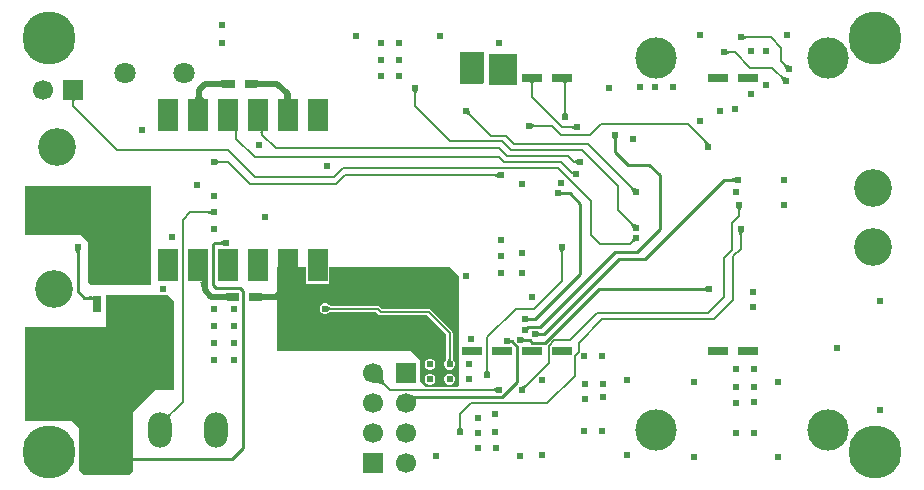
<source format=gbl>
G04*
G04 #@! TF.GenerationSoftware,Altium Limited,Altium Designer,24.0.1 (36)*
G04*
G04 Layer_Physical_Order=4*
G04 Layer_Color=16711680*
%FSLAX44Y44*%
%MOMM*%
G71*
G04*
G04 #@! TF.SameCoordinates,72622C8A-B07E-4F55-B3FE-632304D3AF33*
G04*
G04*
G04 #@! TF.FilePolarity,Positive*
G04*
G01*
G75*
%ADD10C,0.2540*%
%ADD14C,0.2032*%
%ADD16C,0.5080*%
%ADD28R,1.0160X0.7620*%
%ADD84C,4.5000*%
%ADD91C,3.5000*%
%ADD94C,0.3810*%
%ADD95O,2.0000X3.0000*%
%ADD96R,1.7000X1.7000*%
%ADD97C,1.7000*%
%ADD98R,1.7000X1.7000*%
%ADD99C,3.2000*%
%ADD100C,1.8000*%
%ADD101C,0.6096*%
%ADD110R,1.6510X0.8000*%
%ADD111R,1.7000X2.8000*%
%ADD112R,4.6000X3.6000*%
%ADD113R,0.8000X1.3210*%
G36*
X613269Y377841D02*
X613498Y377651D01*
X613734Y377484D01*
X613977Y377338D01*
X614226Y377215D01*
X614482Y377115D01*
X614744Y377037D01*
X615014Y376981D01*
X615290Y376947D01*
X615573Y376936D01*
Y374904D01*
X615290Y374893D01*
X615014Y374859D01*
X614744Y374803D01*
X614482Y374725D01*
X614226Y374625D01*
X613977Y374502D01*
X613734Y374356D01*
X613498Y374189D01*
X613269Y373999D01*
X613047Y373786D01*
Y378054D01*
X613269Y377841D01*
D02*
G37*
G36*
X599299Y365141D02*
X599528Y364951D01*
X599764Y364784D01*
X600007Y364638D01*
X600256Y364515D01*
X600512Y364415D01*
X600774Y364337D01*
X601044Y364281D01*
X601320Y364247D01*
X601603Y364236D01*
Y362204D01*
X601320Y362193D01*
X601044Y362159D01*
X600774Y362103D01*
X600512Y362025D01*
X600256Y361925D01*
X600007Y361802D01*
X599764Y361656D01*
X599528Y361489D01*
X599299Y361299D01*
X599077Y361086D01*
Y365354D01*
X599299Y365141D01*
D02*
G37*
G36*
X649111Y353102D02*
X649330Y352930D01*
X649560Y352779D01*
X649801Y352649D01*
X650053Y352539D01*
X650316Y352450D01*
X650590Y352381D01*
X650876Y352333D01*
X651172Y352305D01*
X651479Y352298D01*
X648462Y349281D01*
X648455Y349588D01*
X648427Y349884D01*
X648379Y350170D01*
X648310Y350444D01*
X648221Y350707D01*
X648111Y350959D01*
X647981Y351200D01*
X647830Y351430D01*
X647658Y351649D01*
X647466Y351857D01*
X648903Y353294D01*
X649111Y353102D01*
D02*
G37*
G36*
X646571Y342942D02*
X646790Y342770D01*
X647020Y342619D01*
X647261Y342489D01*
X647513Y342379D01*
X647776Y342290D01*
X648050Y342221D01*
X648336Y342173D01*
X648632Y342145D01*
X648940Y342138D01*
X645922Y339120D01*
X645915Y339428D01*
X645887Y339724D01*
X645839Y340010D01*
X645770Y340284D01*
X645681Y340547D01*
X645571Y340799D01*
X645441Y341040D01*
X645290Y341270D01*
X645118Y341489D01*
X644926Y341697D01*
X646363Y343134D01*
X646571Y342942D01*
D02*
G37*
G36*
X393700Y337820D02*
X392430Y336550D01*
X373380D01*
Y361950D01*
Y363220D01*
X393700D01*
Y337820D01*
D02*
G37*
G36*
X464119Y337640D02*
X463946Y337579D01*
X463794Y337478D01*
X463662Y337335D01*
X463550Y337152D01*
X463459Y336929D01*
X463387Y336665D01*
X463337Y336360D01*
X463306Y336015D01*
X463296Y335629D01*
X461264D01*
X461254Y336015D01*
X461223Y336360D01*
X461173Y336665D01*
X461101Y336929D01*
X461010Y337152D01*
X460898Y337335D01*
X460766Y337478D01*
X460614Y337579D01*
X460441Y337640D01*
X460248Y337660D01*
X464312D01*
X464119Y337640D01*
D02*
G37*
G36*
X436179D02*
X436006Y337579D01*
X435854Y337478D01*
X435722Y337335D01*
X435610Y337152D01*
X435519Y336929D01*
X435447Y336665D01*
X435397Y336360D01*
X435366Y336015D01*
X435356Y335629D01*
X433324D01*
X433314Y336015D01*
X433283Y336360D01*
X433233Y336665D01*
X433161Y336929D01*
X433070Y337152D01*
X432958Y337335D01*
X432826Y337478D01*
X432674Y337579D01*
X432501Y337640D01*
X432308Y337660D01*
X436372D01*
X436179Y337640D01*
D02*
G37*
G36*
X421640Y335280D02*
X398780D01*
X397510Y336550D01*
Y360680D01*
Y361950D01*
X421640D01*
Y335280D01*
D02*
G37*
G36*
X201061Y340094D02*
X201214Y339883D01*
X201468Y339697D01*
X201823Y339536D01*
X202281Y339400D01*
X202839Y339288D01*
X203500Y339202D01*
X205125Y339102D01*
X206091Y339090D01*
Y334010D01*
X205125Y333998D01*
X202839Y333812D01*
X202281Y333700D01*
X201823Y333564D01*
X201468Y333403D01*
X201214Y333217D01*
X201061Y333006D01*
X201010Y332771D01*
Y340330D01*
X201061Y340094D01*
D02*
G37*
G36*
X172369Y332771D02*
X172319Y333006D01*
X172166Y333217D01*
X171912Y333403D01*
X171557Y333564D01*
X171099Y333700D01*
X170541Y333812D01*
X169880Y333898D01*
X168255Y333998D01*
X167290Y334010D01*
Y339090D01*
X168255Y339102D01*
X170541Y339288D01*
X171099Y339400D01*
X171557Y339536D01*
X171912Y339697D01*
X172166Y339883D01*
X172319Y340094D01*
X172369Y340330D01*
Y332771D01*
D02*
G37*
G36*
X337201Y330341D02*
X337011Y330112D01*
X336844Y329876D01*
X336698Y329633D01*
X336575Y329384D01*
X336475Y329128D01*
X336397Y328866D01*
X336341Y328596D01*
X336307Y328320D01*
X336296Y328037D01*
X334264D01*
X334253Y328320D01*
X334219Y328596D01*
X334163Y328866D01*
X334085Y329128D01*
X333985Y329384D01*
X333862Y329633D01*
X333716Y329876D01*
X333549Y330112D01*
X333359Y330341D01*
X333146Y330563D01*
X337414D01*
X337201Y330341D01*
D02*
G37*
G36*
X229883Y326930D02*
X229984Y325701D01*
X230073Y325202D01*
X230188Y324779D01*
X230327Y324434D01*
X230492Y324165D01*
X230683Y323973D01*
X230899Y323857D01*
X231140Y323819D01*
X223519D01*
X223761Y323857D01*
X223977Y323973D01*
X224167Y324165D01*
X224333Y324434D01*
X224472Y324779D01*
X224587Y325202D01*
X224676Y325701D01*
X224739Y326277D01*
X224790Y327660D01*
X229870D01*
X229883Y326930D01*
D02*
G37*
G36*
X154965Y327958D02*
X155042Y327090D01*
X155169Y326323D01*
X155346Y325659D01*
X155575Y325097D01*
X155854Y324637D01*
X156185Y324279D01*
X156566Y324024D01*
X156997Y323870D01*
X157480Y323819D01*
X147320D01*
X147803Y323870D01*
X148234Y324024D01*
X148615Y324279D01*
X148946Y324637D01*
X149225Y325097D01*
X149454Y325659D01*
X149631Y326323D01*
X149758Y327090D01*
X149835Y327958D01*
X149860Y328929D01*
X154940D01*
X154965Y327958D01*
D02*
G37*
G36*
X47559Y322980D02*
X47386Y322919D01*
X47234Y322818D01*
X47102Y322675D01*
X46990Y322492D01*
X46899Y322269D01*
X46827Y322005D01*
X46777Y321700D01*
X46746Y321355D01*
X46736Y320969D01*
X44704D01*
X44694Y321355D01*
X44663Y321700D01*
X44613Y322005D01*
X44541Y322269D01*
X44450Y322492D01*
X44338Y322675D01*
X44206Y322818D01*
X44054Y322919D01*
X43881Y322980D01*
X43688Y323000D01*
X47752D01*
X47559Y322980D01*
D02*
G37*
G36*
X463307Y313030D02*
X463341Y312754D01*
X463397Y312484D01*
X463475Y312222D01*
X463575Y311966D01*
X463698Y311717D01*
X463844Y311474D01*
X464011Y311238D01*
X464201Y311009D01*
X464414Y310787D01*
X460146D01*
X460359Y311009D01*
X460549Y311238D01*
X460716Y311474D01*
X460862Y311717D01*
X460985Y311966D01*
X461085Y312222D01*
X461163Y312484D01*
X461219Y312754D01*
X461253Y313030D01*
X461264Y313312D01*
X463296D01*
X463307Y313030D01*
D02*
G37*
G36*
X381515Y313352D02*
X381543Y313056D01*
X381591Y312770D01*
X381660Y312496D01*
X381749Y312233D01*
X381859Y311981D01*
X381989Y311740D01*
X382140Y311510D01*
X382312Y311291D01*
X382504Y311083D01*
X381067Y309646D01*
X380859Y309838D01*
X380640Y310010D01*
X380410Y310161D01*
X380169Y310291D01*
X379917Y310401D01*
X379654Y310490D01*
X379380Y310559D01*
X379094Y310607D01*
X378798Y310635D01*
X378490Y310642D01*
X381508Y313659D01*
X381515Y313352D01*
D02*
G37*
G36*
X434199Y302911D02*
X434428Y302721D01*
X434664Y302554D01*
X434907Y302408D01*
X435156Y302285D01*
X435412Y302185D01*
X435674Y302107D01*
X435944Y302051D01*
X436220Y302017D01*
X436502Y302006D01*
Y299974D01*
X436220Y299963D01*
X435944Y299929D01*
X435674Y299873D01*
X435412Y299795D01*
X435156Y299695D01*
X434907Y299572D01*
X434664Y299426D01*
X434428Y299259D01*
X434199Y299069D01*
X433977Y298856D01*
Y303124D01*
X434199Y302911D01*
D02*
G37*
G36*
X470263Y297586D02*
X470041Y297799D01*
X469812Y297989D01*
X469576Y298156D01*
X469333Y298302D01*
X469084Y298425D01*
X468828Y298525D01*
X468566Y298603D01*
X468296Y298659D01*
X468020Y298693D01*
X467738Y298704D01*
Y300736D01*
X468020Y300747D01*
X468296Y300781D01*
X468566Y300837D01*
X468828Y300915D01*
X469084Y301015D01*
X469333Y301138D01*
X469576Y301284D01*
X469812Y301451D01*
X470041Y301641D01*
X470263Y301854D01*
Y297586D01*
D02*
G37*
G36*
X207391Y295920D02*
X207218Y295858D01*
X207066Y295755D01*
X206934Y295611D01*
X206822Y295425D01*
X206731Y295198D01*
X206660Y294930D01*
X206609Y294621D01*
X206578Y294270D01*
X206568Y293878D01*
X204536D01*
X204526Y294270D01*
X204496Y294621D01*
X204445Y294930D01*
X204373Y295198D01*
X204282Y295425D01*
X204170Y295611D01*
X204038Y295755D01*
X203886Y295858D01*
X203713Y295920D01*
X203520Y295941D01*
X207584D01*
X207391Y295920D01*
D02*
G37*
G36*
X185000Y295910D02*
X184957Y295890D01*
X184919Y295829D01*
X184886Y295728D01*
X184856Y295585D01*
X184832Y295403D01*
X184796Y294915D01*
X184776Y293878D01*
X182744D01*
X182734Y294269D01*
X182703Y294618D01*
X182653Y294926D01*
X182581Y295194D01*
X182490Y295421D01*
X182378Y295606D01*
X182246Y295751D01*
X182094Y295855D01*
X181921Y295919D01*
X181728Y295941D01*
X185000Y295910D01*
D02*
G37*
G36*
X506795Y291017D02*
X506648Y290826D01*
X506518Y290620D01*
X506406Y290399D01*
X506311Y290164D01*
X506233Y289915D01*
X506173Y289651D01*
X506129Y289372D01*
X506104Y289078D01*
X506095Y288770D01*
X503555D01*
X503546Y289078D01*
X503521Y289372D01*
X503477Y289651D01*
X503417Y289915D01*
X503339Y290164D01*
X503244Y290399D01*
X503132Y290620D01*
X503002Y290826D01*
X502855Y291017D01*
X502691Y291193D01*
X506959D01*
X506795Y291017D01*
D02*
G37*
G36*
X584485Y285832D02*
X580485Y285031D01*
X580614Y285230D01*
X580706Y285432D01*
X580761Y285636D01*
X580778Y285843D01*
X580759Y286052D01*
X580702Y286264D01*
X580609Y286479D01*
X580478Y286696D01*
X580310Y286916D01*
X580105Y287138D01*
X581884Y288233D01*
X584485Y285832D01*
D02*
G37*
G36*
X472803Y268376D02*
X472581Y268589D01*
X472352Y268779D01*
X472116Y268946D01*
X471873Y269092D01*
X471624Y269215D01*
X471368Y269315D01*
X471106Y269393D01*
X470836Y269449D01*
X470560Y269483D01*
X470277Y269494D01*
Y271526D01*
X470560Y271537D01*
X470836Y271571D01*
X471106Y271627D01*
X471368Y271705D01*
X471624Y271805D01*
X471873Y271928D01*
X472116Y272074D01*
X472352Y272241D01*
X472581Y272431D01*
X472803Y272644D01*
Y268376D01*
D02*
G37*
G36*
X167499Y272177D02*
X167728Y271987D01*
X167964Y271820D01*
X168207Y271674D01*
X168456Y271551D01*
X168712Y271451D01*
X168974Y271373D01*
X169244Y271317D01*
X169520Y271283D01*
X169802Y271272D01*
Y269240D01*
X169520Y269229D01*
X169244Y269195D01*
X168974Y269139D01*
X168712Y269061D01*
X168456Y268961D01*
X168207Y268838D01*
X167964Y268692D01*
X167728Y268525D01*
X167499Y268335D01*
X167277Y268122D01*
Y272390D01*
X167499Y272177D01*
D02*
G37*
G36*
X405493Y256946D02*
X405271Y257159D01*
X405042Y257349D01*
X404806Y257516D01*
X404563Y257662D01*
X404314Y257785D01*
X404058Y257885D01*
X403796Y257963D01*
X403526Y258019D01*
X403250Y258053D01*
X402967Y258064D01*
Y260096D01*
X403250Y260107D01*
X403526Y260141D01*
X403796Y260197D01*
X404058Y260275D01*
X404314Y260375D01*
X404563Y260498D01*
X404806Y260644D01*
X405042Y260811D01*
X405271Y261001D01*
X405493Y261214D01*
Y256946D01*
D02*
G37*
G36*
X606153Y253136D02*
X605977Y253300D01*
X605785Y253447D01*
X605580Y253577D01*
X605359Y253689D01*
X605124Y253784D01*
X604875Y253862D01*
X604611Y253922D01*
X604332Y253965D01*
X604038Y253991D01*
X603730Y254000D01*
Y256540D01*
X604038Y256549D01*
X604332Y256574D01*
X604611Y256618D01*
X604875Y256678D01*
X605124Y256756D01*
X605359Y256851D01*
X605580Y256963D01*
X605785Y257093D01*
X605977Y257239D01*
X606153Y257404D01*
Y253136D01*
D02*
G37*
G36*
X519571Y248962D02*
X519790Y248790D01*
X520020Y248639D01*
X520261Y248509D01*
X520513Y248399D01*
X520776Y248310D01*
X521050Y248241D01*
X521336Y248193D01*
X521632Y248165D01*
X521940Y248158D01*
X518922Y245140D01*
X518915Y245448D01*
X518887Y245744D01*
X518839Y246030D01*
X518770Y246304D01*
X518681Y246567D01*
X518571Y246819D01*
X518441Y247060D01*
X518290Y247290D01*
X518118Y247509D01*
X517926Y247717D01*
X519363Y249154D01*
X519571Y248962D01*
D02*
G37*
G36*
X458283Y245809D02*
X458475Y245663D01*
X458680Y245533D01*
X458901Y245421D01*
X459136Y245326D01*
X459385Y245248D01*
X459649Y245188D01*
X459928Y245145D01*
X460222Y245119D01*
X460530Y245110D01*
Y242570D01*
X460222Y242561D01*
X459928Y242535D01*
X459649Y242492D01*
X459385Y242432D01*
X459136Y242354D01*
X458901Y242259D01*
X458680Y242147D01*
X458475Y242017D01*
X458283Y241870D01*
X458107Y241706D01*
Y245974D01*
X458283Y245809D01*
D02*
G37*
G36*
X611521Y231281D02*
X611331Y231052D01*
X611164Y230816D01*
X611018Y230573D01*
X610895Y230324D01*
X610795Y230068D01*
X610717Y229806D01*
X610661Y229536D01*
X610627Y229260D01*
X610616Y228978D01*
X608584D01*
X608573Y229260D01*
X608539Y229536D01*
X608483Y229806D01*
X608405Y230068D01*
X608305Y230324D01*
X608182Y230573D01*
X608036Y230816D01*
X607869Y231052D01*
X607679Y231281D01*
X607466Y231503D01*
X611734D01*
X611521Y231281D01*
D02*
G37*
G36*
X162923Y225450D02*
X162701Y225663D01*
X162472Y225853D01*
X162236Y226020D01*
X161993Y226166D01*
X161744Y226289D01*
X161488Y226389D01*
X161226Y226467D01*
X160956Y226523D01*
X160680Y226557D01*
X160397Y226568D01*
Y228600D01*
X160680Y228611D01*
X160956Y228645D01*
X161226Y228701D01*
X161488Y228779D01*
X161744Y228879D01*
X161993Y229002D01*
X162236Y229148D01*
X162472Y229315D01*
X162701Y229505D01*
X162923Y229718D01*
Y225450D01*
D02*
G37*
G36*
X519571Y218482D02*
X519790Y218310D01*
X520020Y218159D01*
X520261Y218029D01*
X520513Y217919D01*
X520776Y217830D01*
X521050Y217761D01*
X521336Y217713D01*
X521632Y217685D01*
X521940Y217678D01*
X518922Y214660D01*
X518915Y214968D01*
X518887Y215264D01*
X518839Y215550D01*
X518770Y215824D01*
X518681Y216087D01*
X518571Y216339D01*
X518441Y216580D01*
X518290Y216810D01*
X518118Y217029D01*
X517926Y217237D01*
X519363Y218674D01*
X519571Y218482D01*
D02*
G37*
G36*
X612791Y210961D02*
X612601Y210732D01*
X612434Y210496D01*
X612288Y210253D01*
X612165Y210004D01*
X612065Y209748D01*
X611987Y209486D01*
X611931Y209216D01*
X611897Y208940D01*
X611886Y208657D01*
X609854D01*
X609843Y208940D01*
X609809Y209216D01*
X609753Y209486D01*
X609675Y209748D01*
X609575Y210004D01*
X609452Y210253D01*
X609306Y210496D01*
X609139Y210732D01*
X608949Y210961D01*
X608736Y211183D01*
X613004D01*
X612791Y210961D01*
D02*
G37*
G36*
X521940Y202692D02*
X521632Y202685D01*
X521336Y202657D01*
X521050Y202609D01*
X520776Y202540D01*
X520513Y202451D01*
X520261Y202341D01*
X520020Y202211D01*
X519790Y202060D01*
X519571Y201888D01*
X519363Y201696D01*
X517926Y203133D01*
X518118Y203341D01*
X518290Y203560D01*
X518441Y203790D01*
X518571Y204031D01*
X518681Y204283D01*
X518770Y204546D01*
X518839Y204820D01*
X518887Y205106D01*
X518915Y205402D01*
X518922Y205709D01*
X521940Y202692D01*
D02*
G37*
G36*
X173083Y199796D02*
X172907Y199960D01*
X172715Y200107D01*
X172510Y200237D01*
X172289Y200349D01*
X172054Y200444D01*
X171805Y200522D01*
X171541Y200582D01*
X171262Y200625D01*
X170968Y200651D01*
X170660Y200660D01*
Y203200D01*
X170968Y203209D01*
X171262Y203235D01*
X171541Y203278D01*
X171805Y203338D01*
X172054Y203416D01*
X172289Y203511D01*
X172510Y203623D01*
X172715Y203753D01*
X172907Y203899D01*
X173083Y204064D01*
Y199796D01*
D02*
G37*
G36*
X461381Y196001D02*
X461191Y195772D01*
X461024Y195536D01*
X460878Y195293D01*
X460755Y195044D01*
X460655Y194788D01*
X460577Y194526D01*
X460521Y194256D01*
X460487Y193980D01*
X460476Y193697D01*
X458444D01*
X458433Y193980D01*
X458399Y194256D01*
X458343Y194526D01*
X458265Y194788D01*
X458165Y195044D01*
X458042Y195293D01*
X457896Y195536D01*
X457729Y195772D01*
X457539Y196001D01*
X457326Y196223D01*
X461594D01*
X461381Y196001D01*
D02*
G37*
G36*
X51500Y195767D02*
X51353Y195576D01*
X51223Y195370D01*
X51111Y195149D01*
X51016Y194914D01*
X50938Y194665D01*
X50878Y194401D01*
X50834Y194122D01*
X50809Y193828D01*
X50800Y193520D01*
X48260D01*
X48251Y193828D01*
X48225Y194122D01*
X48182Y194401D01*
X48122Y194665D01*
X48044Y194914D01*
X47949Y195149D01*
X47837Y195370D01*
X47707Y195576D01*
X47561Y195767D01*
X47396Y195943D01*
X51664D01*
X51500Y195767D01*
D02*
G37*
G36*
X372110Y173990D02*
Y81280D01*
X370890Y80060D01*
X344120D01*
X339090Y85090D01*
Y102870D01*
X331470Y110490D01*
X218440D01*
Y181610D01*
X242706D01*
Y167356D01*
X262754D01*
Y181610D01*
X364490D01*
X372110Y173990D01*
D02*
G37*
G36*
X111857Y249017D02*
X111760Y248920D01*
Y166370D01*
X60960D01*
X58420Y168910D01*
Y201930D01*
X52070Y208280D01*
X5080D01*
Y250190D01*
X111371D01*
X111857Y249017D01*
D02*
G37*
G36*
X159600Y168911D02*
X159605Y168860D01*
X159611Y168707D01*
X159630Y163831D01*
X154550D01*
X154525Y164800D01*
X154448Y165667D01*
X154321Y166432D01*
X154144Y167096D01*
X153915Y167658D01*
X153636Y168118D01*
X153305Y168477D01*
X152924Y168733D01*
X152493Y168888D01*
X152010Y168941D01*
X159600Y168911D01*
D02*
G37*
G36*
X581942Y160508D02*
X581765Y160672D01*
X581574Y160819D01*
X581368Y160948D01*
X581148Y161061D01*
X580913Y161156D01*
X580663Y161233D01*
X580399Y161294D01*
X580120Y161337D01*
X579827Y161363D01*
X579519Y161372D01*
Y163912D01*
X579827Y163920D01*
X580120Y163946D01*
X580399Y163989D01*
X580663Y164050D01*
X580913Y164128D01*
X581148Y164223D01*
X581368Y164335D01*
X581574Y164464D01*
X581765Y164611D01*
X581942Y164775D01*
Y160508D01*
D02*
G37*
G36*
X62070Y156661D02*
X62101Y152881D01*
X62073Y153122D01*
X61995Y153338D01*
X61865Y153529D01*
X61685Y153694D01*
X61453Y153834D01*
X61171Y153948D01*
X60837Y154037D01*
X60453Y154100D01*
X60017Y154138D01*
X59531Y154151D01*
Y156691D01*
X62070Y156661D01*
D02*
G37*
G36*
X204871Y159754D02*
X205024Y159543D01*
X205278Y159357D01*
X205633Y159196D01*
X206091Y159060D01*
X206649Y158948D01*
X207310Y158862D01*
X208935Y158762D01*
X209900Y158750D01*
Y153670D01*
X208935Y153658D01*
X206649Y153472D01*
X206091Y153360D01*
X205633Y153224D01*
X205278Y153063D01*
X205024Y152877D01*
X204871Y152666D01*
X204820Y152430D01*
Y159990D01*
X204871Y159754D01*
D02*
G37*
G36*
X176180Y152430D02*
X176129Y152666D01*
X175976Y152877D01*
X175722Y153063D01*
X175367Y153224D01*
X174909Y153360D01*
X174351Y153472D01*
X173690Y153558D01*
X172065Y153658D01*
X171099Y153670D01*
Y158750D01*
X172065Y158762D01*
X174351Y158948D01*
X174909Y159060D01*
X175367Y159196D01*
X175722Y159357D01*
X175976Y159543D01*
X176129Y159754D01*
X176180Y159990D01*
Y152430D01*
D02*
G37*
G36*
X430343Y139129D02*
X430535Y138983D01*
X430740Y138853D01*
X430961Y138741D01*
X431196Y138646D01*
X431445Y138568D01*
X431709Y138508D01*
X431988Y138464D01*
X432282Y138439D01*
X432590Y138430D01*
Y135890D01*
X432282Y135881D01*
X431988Y135856D01*
X431709Y135812D01*
X431445Y135752D01*
X431196Y135674D01*
X430961Y135579D01*
X430740Y135467D01*
X430535Y135337D01*
X430343Y135190D01*
X430167Y135026D01*
Y139294D01*
X430343Y139129D01*
D02*
G37*
G36*
X432154Y129912D02*
X430988Y128819D01*
X429504Y130916D01*
X429519Y130920D01*
X429550Y130940D01*
X429597Y130977D01*
X429737Y131103D01*
X430358Y131708D01*
X432154Y129912D01*
D02*
G37*
G36*
X439233Y126430D02*
X439425Y126283D01*
X439630Y126153D01*
X439851Y126041D01*
X440086Y125946D01*
X440335Y125868D01*
X440599Y125808D01*
X440878Y125765D01*
X441172Y125739D01*
X441480Y125730D01*
Y123190D01*
X441172Y123181D01*
X440878Y123155D01*
X440599Y123112D01*
X440335Y123052D01*
X440086Y122974D01*
X439851Y122879D01*
X439630Y122767D01*
X439425Y122637D01*
X439233Y122491D01*
X439057Y122326D01*
Y126594D01*
X439233Y126430D01*
D02*
G37*
G36*
X426533Y121349D02*
X426725Y121203D01*
X426930Y121073D01*
X427151Y120961D01*
X427386Y120866D01*
X427635Y120788D01*
X427899Y120728D01*
X428178Y120684D01*
X428472Y120659D01*
X428780Y120650D01*
Y118110D01*
X428472Y118101D01*
X428178Y118076D01*
X427899Y118032D01*
X427635Y117972D01*
X427386Y117894D01*
X427151Y117799D01*
X426930Y117687D01*
X426725Y117557D01*
X426533Y117410D01*
X426357Y117246D01*
Y121514D01*
X426533Y121349D01*
D02*
G37*
G36*
X415618Y120141D02*
X415705Y120038D01*
X415816Y119947D01*
X415950Y119869D01*
X416108Y119803D01*
X416290Y119748D01*
X416496Y119706D01*
X416725Y119676D01*
X416978Y119658D01*
X417255Y119652D01*
X416921Y117112D01*
X416581Y117108D01*
X415494Y117025D01*
X415291Y116988D01*
X415116Y116943D01*
X414969Y116891D01*
X414849Y116833D01*
X414756Y116767D01*
X415555Y120255D01*
X415618Y120141D01*
D02*
G37*
G36*
X397267Y94590D02*
X397301Y94314D01*
X397357Y94044D01*
X397435Y93782D01*
X397535Y93526D01*
X397658Y93277D01*
X397804Y93034D01*
X397971Y92798D01*
X398161Y92569D01*
X398374Y92347D01*
X394106D01*
X394319Y92569D01*
X394509Y92798D01*
X394676Y93034D01*
X394822Y93277D01*
X394945Y93526D01*
X395045Y93782D01*
X395123Y94044D01*
X395179Y94314D01*
X395213Y94590D01*
X395224Y94873D01*
X397256D01*
X397267Y94590D01*
D02*
G37*
G36*
X308225Y90204D02*
X308473Y86816D01*
X308633Y85888D01*
X308832Y85062D01*
X309069Y84336D01*
X309345Y83711D01*
X309659Y83188D01*
X310012Y82765D01*
X308575Y81328D01*
X308152Y81681D01*
X307629Y81995D01*
X307004Y82271D01*
X306278Y82508D01*
X305452Y82707D01*
X304524Y82867D01*
X303496Y82988D01*
X301136Y83115D01*
X299805Y83120D01*
X308220Y91535D01*
X308225Y90204D01*
D02*
G37*
G36*
X429494Y80077D02*
X429302Y79869D01*
X429130Y79650D01*
X428979Y79420D01*
X428849Y79179D01*
X428739Y78927D01*
X428650Y78664D01*
X428581Y78390D01*
X428533Y78104D01*
X428505Y77808D01*
X428498Y77501D01*
X425480Y80518D01*
X425788Y80525D01*
X426084Y80553D01*
X426370Y80601D01*
X426644Y80670D01*
X426907Y80759D01*
X427159Y80869D01*
X427400Y80999D01*
X427630Y81150D01*
X427849Y81322D01*
X428057Y81514D01*
X429494Y80077D01*
D02*
G37*
G36*
X404223Y75336D02*
X404001Y75549D01*
X403772Y75739D01*
X403536Y75906D01*
X403293Y76052D01*
X403044Y76175D01*
X402788Y76275D01*
X402526Y76353D01*
X402256Y76409D01*
X401980Y76443D01*
X401698Y76454D01*
Y78486D01*
X401980Y78497D01*
X402256Y78531D01*
X402526Y78587D01*
X402788Y78665D01*
X403044Y78765D01*
X403293Y78888D01*
X403536Y79034D01*
X403772Y79201D01*
X404001Y79391D01*
X404223Y79604D01*
Y75336D01*
D02*
G37*
G36*
X128558Y55911D02*
X128273Y55612D01*
X128033Y55329D01*
X127837Y55062D01*
X127687Y54812D01*
X127582Y54579D01*
X127521Y54362D01*
X127506Y54161D01*
X127536Y53978D01*
X127611Y53810D01*
X127731Y53660D01*
X124870Y56521D01*
X125021Y56401D01*
X125188Y56326D01*
X125372Y56296D01*
X125572Y56311D01*
X125789Y56371D01*
X126022Y56477D01*
X126272Y56627D01*
X126539Y56822D01*
X126822Y57063D01*
X127121Y57348D01*
X128558Y55911D01*
D02*
G37*
G36*
X374290Y46422D02*
X374323Y46146D01*
X374379Y45877D01*
X374457Y45614D01*
X374558Y45358D01*
X374681Y45109D01*
X374826Y44866D01*
X374994Y44630D01*
X375184Y44401D01*
X375396Y44179D01*
X371129D01*
X371341Y44401D01*
X371531Y44630D01*
X371699Y44866D01*
X371844Y45109D01*
X371967Y45358D01*
X372068Y45614D01*
X372146Y45877D01*
X372202Y46146D01*
X372235Y46422D01*
X372246Y46705D01*
X374278D01*
X374290Y46422D01*
D02*
G37*
G36*
X130810Y152400D02*
Y77470D01*
X115570D01*
X96520Y58420D01*
Y8890D01*
X92710Y5080D01*
X54610D01*
X50800Y8890D01*
Y44450D01*
X44450Y50800D01*
X5080D01*
Y130810D01*
X73660D01*
Y157480D01*
X125730D01*
X130810Y152400D01*
D02*
G37*
%LPC*%
G36*
X259989Y150622D02*
X258171D01*
X256490Y149926D01*
X255204Y148640D01*
X254508Y146959D01*
Y145141D01*
X255204Y143460D01*
X256490Y142174D01*
X258171Y141478D01*
X259989D01*
X261670Y142174D01*
X262107Y142612D01*
X262396Y142723D01*
X262577Y142896D01*
X262714Y143010D01*
X262847Y143104D01*
X262977Y143182D01*
X263104Y143245D01*
X263230Y143294D01*
X263358Y143332D01*
X263491Y143360D01*
X263632Y143377D01*
X263848Y143386D01*
X264009Y143460D01*
X302457D01*
X304239Y141679D01*
X305079Y141117D01*
X306070Y140920D01*
X345637D01*
X361900Y124657D01*
Y103989D01*
X361826Y103828D01*
X361817Y103612D01*
X361800Y103471D01*
X361772Y103338D01*
X361734Y103210D01*
X361684Y103083D01*
X361622Y102957D01*
X361544Y102827D01*
X361450Y102694D01*
X361336Y102557D01*
X361163Y102376D01*
X361051Y102087D01*
X360614Y101650D01*
X359918Y99969D01*
Y98151D01*
X360614Y96470D01*
X361900Y95184D01*
X363581Y94488D01*
X365399D01*
X367080Y95184D01*
X368366Y96470D01*
X369062Y98151D01*
Y99969D01*
X368366Y101650D01*
X367929Y102087D01*
X367817Y102376D01*
X367644Y102556D01*
X367530Y102694D01*
X367436Y102827D01*
X367358Y102957D01*
X367295Y103084D01*
X367246Y103210D01*
X367208Y103338D01*
X367180Y103471D01*
X367163Y103612D01*
X367154Y103828D01*
X367080Y103989D01*
Y125730D01*
X366883Y126721D01*
X366321Y127561D01*
X348541Y145341D01*
X347701Y145903D01*
X346710Y146100D01*
X307143D01*
X305361Y147881D01*
X304521Y148443D01*
X303530Y148640D01*
X264009D01*
X263848Y148714D01*
X263632Y148723D01*
X263491Y148740D01*
X263358Y148768D01*
X263230Y148806D01*
X263103Y148855D01*
X262977Y148918D01*
X262847Y148996D01*
X262714Y149090D01*
X262577Y149204D01*
X262396Y149377D01*
X262107Y149488D01*
X261670Y149926D01*
X259989Y150622D01*
D02*
G37*
G36*
X348889Y103632D02*
X347071D01*
X345390Y102936D01*
X344104Y101650D01*
X343408Y99969D01*
Y98151D01*
X344104Y96470D01*
X345390Y95184D01*
X347071Y94488D01*
X348889D01*
X350570Y95184D01*
X351856Y96470D01*
X352552Y98151D01*
Y99969D01*
X351856Y101650D01*
X350570Y102936D01*
X348889Y103632D01*
D02*
G37*
G36*
X365399Y90932D02*
X363581D01*
X361900Y90236D01*
X360614Y88950D01*
X359918Y87269D01*
Y85451D01*
X360614Y83770D01*
X361900Y82484D01*
X363581Y81788D01*
X365399D01*
X367080Y82484D01*
X368366Y83770D01*
X369062Y85451D01*
Y87269D01*
X368366Y88950D01*
X367080Y90236D01*
X365399Y90932D01*
D02*
G37*
G36*
X348889D02*
X347071D01*
X345390Y90236D01*
X344104Y88950D01*
X343408Y87269D01*
Y85451D01*
X344104Y83770D01*
X345390Y82484D01*
X347071Y81788D01*
X348889D01*
X350570Y82484D01*
X351856Y83770D01*
X352552Y85451D01*
Y87269D01*
X351856Y88950D01*
X350570Y90236D01*
X348889Y90932D01*
D02*
G37*
%LPD*%
G36*
X261479Y147971D02*
X261708Y147781D01*
X261944Y147614D01*
X262187Y147468D01*
X262436Y147345D01*
X262692Y147245D01*
X262954Y147167D01*
X263224Y147111D01*
X263500Y147077D01*
X263783Y147066D01*
Y145034D01*
X263500Y145023D01*
X263224Y144989D01*
X262954Y144933D01*
X262692Y144855D01*
X262436Y144755D01*
X262187Y144632D01*
X261944Y144486D01*
X261708Y144319D01*
X261479Y144129D01*
X261257Y143916D01*
Y148184D01*
X261479Y147971D01*
D02*
G37*
G36*
X365517Y103480D02*
X365551Y103204D01*
X365607Y102934D01*
X365685Y102672D01*
X365785Y102416D01*
X365908Y102167D01*
X366054Y101924D01*
X366221Y101688D01*
X366411Y101459D01*
X366624Y101237D01*
X362356D01*
X362569Y101459D01*
X362759Y101688D01*
X362926Y101924D01*
X363072Y102167D01*
X363195Y102416D01*
X363295Y102672D01*
X363373Y102934D01*
X363429Y103204D01*
X363463Y103480D01*
X363474Y103763D01*
X365506D01*
X365517Y103480D01*
D02*
G37*
D10*
X421640Y83820D02*
Y113996D01*
X417255Y118382D02*
X421640Y113996D01*
X335280Y71120D02*
X408940D01*
X413430Y118382D02*
X417255D01*
X412750Y119062D02*
X413430Y118382D01*
X408940Y71120D02*
X421640Y83820D01*
X330200Y66040D02*
X335280Y71120D01*
X85090Y19050D02*
X180340D01*
X81280Y22860D02*
X85090Y19050D01*
X180340D02*
X189230Y27940D01*
Y161290D01*
X166370Y163830D02*
X186690D01*
X189230Y161290D01*
X163830Y200442D02*
X165318Y201930D01*
X163830Y166370D02*
Y200442D01*
X165318Y201930D02*
X175260D01*
X163830Y166370D02*
X166370Y163830D01*
X49530Y161290D02*
Y198120D01*
X63310Y155421D02*
X66040Y152691D01*
X55399Y155421D02*
X63310D01*
X66040Y150086D02*
Y152691D01*
X49530Y161290D02*
X55399Y155421D01*
X504190Y194310D02*
X523240D01*
X440690Y130810D02*
X504190Y194310D01*
X523240D02*
X542290Y213360D01*
X444500Y124460D02*
X508000Y187960D01*
X529590D02*
X596900Y255270D01*
X508000Y187960D02*
X529590D01*
X515620Y267970D02*
X533400D01*
X542290Y213360D02*
Y259080D01*
X533400Y267970D02*
X542290Y259080D01*
X596900Y255270D02*
X608330D01*
X504825Y278765D02*
X515620Y267970D01*
X434340Y117284D02*
X445299D01*
X490656Y162642D02*
X584118D01*
X445299Y117284D02*
X490656Y162642D01*
X455930Y243840D02*
X466090D01*
X474980Y175260D02*
Y234950D01*
X466090Y243840D02*
X474980Y234950D01*
X436880Y137160D02*
X474980Y175260D01*
X427990Y137160D02*
X436880D01*
X424180Y119380D02*
X432244D01*
X434340Y117284D01*
X436880Y124460D02*
X444500D01*
X431256Y130810D02*
X440690D01*
X427990Y128270D02*
X428716D01*
X431256Y130810D01*
X504825Y278765D02*
Y293370D01*
D14*
X373262Y57032D02*
X382270Y66040D01*
X313870Y77470D02*
X406400D01*
X382270Y66040D02*
X447040D01*
X470535Y89535D01*
X299720Y91620D02*
X313870Y77470D01*
X450850Y300990D02*
X458470Y293370D01*
X431800Y300990D02*
X450850D01*
X138430Y67220D02*
Y220980D01*
X145034Y227584D02*
X165100D01*
X138430Y220980D02*
X145034Y227584D01*
X425450Y77470D02*
X448310Y100330D01*
X378460Y313690D02*
X399415Y292735D01*
X412115D01*
X419100Y285750D01*
X481330D01*
X521970Y245110D01*
X408940Y288290D02*
X416560Y280670D01*
X364490Y288290D02*
X408940D01*
X335280Y317500D02*
X364490Y288290D01*
X416560Y280670D02*
X476250D01*
X506730Y250190D01*
X412750Y275590D02*
X464820D01*
X469900Y270510D01*
X406400Y281940D02*
X412750Y275590D01*
X217170Y281940D02*
X406400D01*
X410210Y270510D02*
X458470D01*
X199390Y274320D02*
X406400D01*
X410210Y270510D01*
X458470D02*
X467950Y261030D01*
X470490D02*
X471170Y260350D01*
X467950Y261030D02*
X470490D01*
X469900Y270510D02*
X474980D01*
X459740Y299720D02*
X472440D01*
X458470Y293370D02*
X483630D01*
X492520Y302260D02*
X566420D01*
X582930Y285750D01*
X483630Y293370D02*
X492520Y302260D01*
X506730Y229870D02*
Y250190D01*
X459740Y341630D02*
X462280Y339090D01*
Y308610D02*
Y339090D01*
X275590Y259080D02*
X407670D01*
X267970Y251460D02*
X275590Y259080D01*
X195580Y251460D02*
X267970D01*
X176784Y270256D02*
X195580Y251460D01*
X165100Y270256D02*
X176784D01*
X434340Y325120D02*
X459740Y299720D01*
X434340Y325120D02*
Y341630D01*
X45720Y317500D02*
Y331470D01*
Y317500D02*
X82550Y280670D01*
X176530D01*
X199390Y257810D01*
X266700D01*
X274320Y265430D01*
X455930D01*
X483870Y237490D01*
Y208280D02*
Y237490D01*
Y208280D02*
X491490Y200660D01*
X516890D02*
X521970Y205740D01*
X491490Y200660D02*
X516890D01*
X205552Y293558D02*
X217170Y281940D01*
X335280Y317500D02*
Y332740D01*
X506730Y229870D02*
X521970Y214630D01*
X582930Y283210D02*
Y285750D01*
X119390Y48180D02*
X138430Y67220D01*
X119390Y43180D02*
Y48180D01*
X201930Y309880D02*
X205552Y306258D01*
Y293558D02*
Y306258D01*
X183760Y289950D02*
X199390Y274320D01*
X396240Y90170D02*
Y121920D01*
X420370Y146050D01*
X435610D01*
X459460Y169900D02*
Y198400D01*
X435610Y146050D02*
X459460Y169900D01*
X488950Y142240D02*
X582930D01*
X466090Y119380D02*
X488950Y142240D01*
X452783Y119380D02*
X466090D01*
X448310Y114907D02*
X452783Y119380D01*
X448310Y100330D02*
Y114907D01*
X473710Y109063D02*
Y116891D01*
X493979Y137160D01*
X588010D01*
X604520Y153670D01*
X470535Y105888D02*
X473710Y109063D01*
X470535Y89535D02*
Y105888D01*
X596900Y156210D02*
Y189230D01*
X582930Y142240D02*
X596900Y156210D01*
X603250Y195580D02*
Y218440D01*
X596900Y189230D02*
X603250Y195580D01*
Y218440D02*
X609600Y224790D01*
X604520Y153670D02*
Y190500D01*
X610870Y196850D01*
X609600Y224790D02*
Y233680D01*
X183760Y289950D02*
Y302650D01*
X176530Y309880D02*
X183760Y302650D01*
X645160Y355600D02*
X651510Y349250D01*
X645160Y355600D02*
Y367030D01*
X610870Y375920D02*
X636270D01*
X645160Y367030D01*
X605790Y363220D02*
X618736Y350274D01*
X637786D02*
X648970Y339090D01*
X618736Y350274D02*
X637786D01*
X596900Y363220D02*
X605790D01*
X610870Y196850D02*
Y213360D01*
X373262Y42002D02*
Y57032D01*
X364490Y99060D02*
Y125730D01*
X306070Y143510D02*
X346710D01*
X364490Y125730D01*
X303530Y146050D02*
X306070Y143510D01*
X259080Y146050D02*
X303530D01*
D16*
X227330Y309880D02*
Y327660D01*
X195961Y336550D02*
X218440D01*
X227330Y327660D01*
X151130Y309880D02*
X152400Y311150D01*
Y331470D01*
X157480Y336550D01*
X177419D01*
X221370Y160410D02*
Y176920D01*
X217170Y156210D02*
X221370Y160410D01*
Y176920D02*
X227330Y182880D01*
X199771Y156210D02*
X217170D01*
X162606D02*
X181229D01*
X157090Y161726D02*
Y176920D01*
Y161726D02*
X162606Y156210D01*
X151130Y182880D02*
X157090Y176920D01*
D28*
X406781Y356870D02*
D03*
X388239D02*
D03*
X181229Y156210D02*
D03*
X199771D02*
D03*
X195961Y336550D02*
D03*
X177419D02*
D03*
D84*
X25000Y375000D02*
D03*
Y25000D02*
D03*
X725000Y375000D02*
D03*
Y25000D02*
D03*
D91*
X539530Y43140D02*
D03*
Y358140D02*
D03*
X684530Y43140D02*
D03*
Y358140D02*
D03*
D94*
X298385Y42155D02*
X299720Y40820D01*
D95*
X72390Y43180D02*
D03*
X119390D02*
D03*
X166390D02*
D03*
D96*
X327660Y91440D02*
D03*
X299720Y15420D02*
D03*
D97*
X327660Y66040D02*
D03*
Y40640D02*
D03*
Y15240D02*
D03*
X299720Y40820D02*
D03*
Y66220D02*
D03*
Y91620D02*
D03*
X20320Y331470D02*
D03*
D98*
X45720D02*
D03*
D99*
X31750Y232810D02*
D03*
Y282810D02*
D03*
X722630Y198520D02*
D03*
Y248520D02*
D03*
X29210Y113030D02*
D03*
Y163030D02*
D03*
D100*
X139700Y345440D02*
D03*
X89700D02*
D03*
D101*
X406400Y77470D02*
D03*
X407670Y176530D02*
D03*
Y190500D02*
D03*
Y204470D02*
D03*
X388620Y40640D02*
D03*
Y27940D02*
D03*
Y53340D02*
D03*
X382270Y120650D02*
D03*
X80089Y181841D02*
D03*
X90089D02*
D03*
X80089Y191841D02*
D03*
X90089D02*
D03*
X227330Y298773D02*
D03*
X431800Y300990D02*
D03*
X175260Y201930D02*
D03*
X151130Y193040D02*
D03*
X121920Y162560D02*
D03*
X49530Y198120D02*
D03*
X378460Y173990D02*
D03*
X181610Y146050D02*
D03*
X165100Y145627D02*
D03*
X181610Y102447D02*
D03*
X165100D02*
D03*
X181610Y131516D02*
D03*
X165100Y131233D02*
D03*
X181610Y116981D02*
D03*
X165100Y116840D02*
D03*
X365760Y173990D02*
D03*
X351790D02*
D03*
X337820D02*
D03*
X323850D02*
D03*
X309880D02*
D03*
X295910D02*
D03*
X281940D02*
D03*
X267970D02*
D03*
X364490Y86360D02*
D03*
X425450Y77470D02*
D03*
X412750Y119062D02*
D03*
X378460Y313690D02*
D03*
X472440Y299720D02*
D03*
X474980Y270510D02*
D03*
X471170Y260350D02*
D03*
X521970Y245110D02*
D03*
X407670Y259080D02*
D03*
X462280Y308610D02*
D03*
X521970Y205740D02*
D03*
X335280Y332740D02*
D03*
X521970Y214630D02*
D03*
X582930Y283210D02*
D03*
X129540Y207010D02*
D03*
X104140Y297180D02*
D03*
X150622Y250698D02*
D03*
X203200Y284480D02*
D03*
X165100Y270256D02*
D03*
Y227584D02*
D03*
Y241808D02*
D03*
Y213360D02*
D03*
X208280Y223520D02*
D03*
X260350Y266700D02*
D03*
X396240Y90170D02*
D03*
X609600Y233680D02*
D03*
X607060Y245110D02*
D03*
X427990Y137160D02*
D03*
X459460Y198400D02*
D03*
X648970Y339090D02*
D03*
X651510Y349250D02*
D03*
X610870Y375920D02*
D03*
X596900Y363220D02*
D03*
X610870Y213360D02*
D03*
X227330Y318770D02*
D03*
X151130Y302260D02*
D03*
Y318770D02*
D03*
X207201Y336550D02*
D03*
X165100D02*
D03*
X171450Y386080D02*
D03*
Y370840D02*
D03*
X576410Y377650D02*
D03*
X650410D02*
D03*
X728980Y60360D02*
D03*
Y152724D02*
D03*
X373262Y42002D02*
D03*
X403860Y27940D02*
D03*
X403264Y42002D02*
D03*
X402590Y57150D02*
D03*
X321310Y342900D02*
D03*
Y356870D02*
D03*
Y370840D02*
D03*
X306070Y342900D02*
D03*
X306309Y356870D02*
D03*
X306070Y370840D02*
D03*
X285392Y377282D02*
D03*
X356810Y377370D02*
D03*
X406400Y370840D02*
D03*
X499110Y332740D02*
D03*
X227330Y194310D02*
D03*
Y182880D02*
D03*
X151130D02*
D03*
X416560Y345440D02*
D03*
Y358140D02*
D03*
X377190Y349250D02*
D03*
Y359410D02*
D03*
X425450Y176530D02*
D03*
Y193040D02*
D03*
X622300Y95250D02*
D03*
X607060D02*
D03*
X493611Y106061D02*
D03*
X478610D02*
D03*
Y42561D02*
D03*
X493611D02*
D03*
X494030Y71120D02*
D03*
Y82550D02*
D03*
X621881Y41291D02*
D03*
X606880D02*
D03*
X622300Y67310D02*
D03*
Y80010D02*
D03*
X607060Y66040D02*
D03*
Y80010D02*
D03*
X478790Y69850D02*
D03*
Y82550D02*
D03*
X443110Y85561D02*
D03*
X514528Y85649D02*
D03*
X571380Y84291D02*
D03*
X642798Y84379D02*
D03*
Y20879D02*
D03*
X571380Y20791D02*
D03*
X514528Y22149D02*
D03*
X443110Y22061D02*
D03*
X424180Y21590D02*
D03*
X352762Y21502D02*
D03*
X692785Y112792D02*
D03*
X647700Y233680D02*
D03*
Y255270D02*
D03*
X424180Y119380D02*
D03*
X584118Y162642D02*
D03*
X436880Y124460D02*
D03*
X427990Y128270D02*
D03*
X608330Y255270D02*
D03*
X504825Y293370D02*
D03*
X455930Y243840D02*
D03*
X621411Y147320D02*
D03*
X621030Y160020D02*
D03*
X576580Y304800D02*
D03*
X553720Y334010D02*
D03*
X538480D02*
D03*
X525780D02*
D03*
X619760Y327660D02*
D03*
X632460Y335280D02*
D03*
Y364490D02*
D03*
X619760D02*
D03*
X605790Y315341D02*
D03*
X593090Y313690D02*
D03*
X519430Y289560D02*
D03*
X434340Y156210D02*
D03*
X458470Y252730D02*
D03*
X425958Y251968D02*
D03*
X347980Y86360D02*
D03*
X381000D02*
D03*
Y99060D02*
D03*
X364490D02*
D03*
X347980D02*
D03*
X259080Y146050D02*
D03*
D110*
X617220Y110490D02*
D03*
X591820D02*
D03*
X459740D02*
D03*
X434340D02*
D03*
X408940D02*
D03*
X383540D02*
D03*
Y341630D02*
D03*
X408940D02*
D03*
X434340D02*
D03*
X459740D02*
D03*
X591820D02*
D03*
X617220D02*
D03*
D111*
X151130Y182880D02*
D03*
X125730D02*
D03*
X176530D02*
D03*
X201930D02*
D03*
X227330D02*
D03*
X252730D02*
D03*
Y309880D02*
D03*
X227330D02*
D03*
X201930D02*
D03*
X176530D02*
D03*
X151130D02*
D03*
X125730D02*
D03*
D112*
X85090Y186840D02*
D03*
D113*
X104140Y210594D02*
D03*
X91440D02*
D03*
X78740D02*
D03*
X66040D02*
D03*
Y150086D02*
D03*
X78740D02*
D03*
X91440D02*
D03*
X104140D02*
D03*
M02*

</source>
